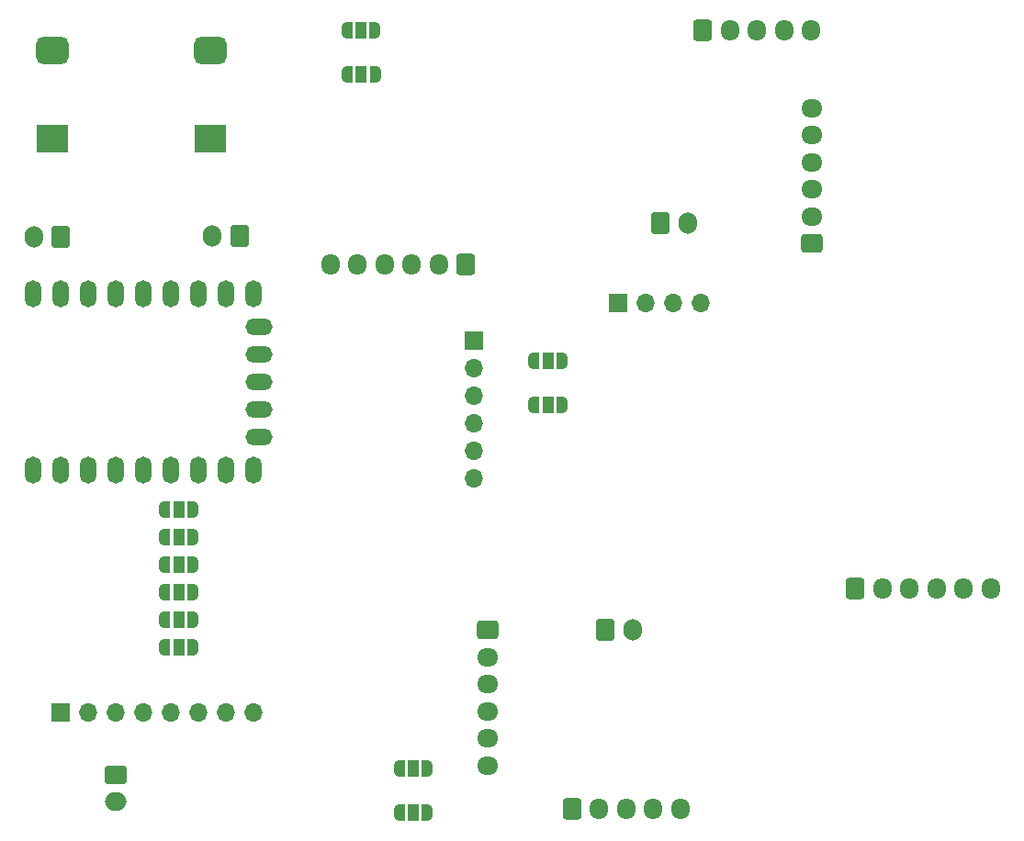
<source format=gts>
%TF.GenerationSoftware,KiCad,Pcbnew,7.0.10*%
%TF.CreationDate,2024-01-30T15:19:49+08:00*%
%TF.ProjectId,imu-rounded,696d752d-726f-4756-9e64-65642e6b6963,rev?*%
%TF.SameCoordinates,Original*%
%TF.FileFunction,Soldermask,Top*%
%TF.FilePolarity,Negative*%
%FSLAX46Y46*%
G04 Gerber Fmt 4.6, Leading zero omitted, Abs format (unit mm)*
G04 Created by KiCad (PCBNEW 7.0.10) date 2024-01-30 15:19:49*
%MOMM*%
%LPD*%
G01*
G04 APERTURE LIST*
G04 Aperture macros list*
%AMRoundRect*
0 Rectangle with rounded corners*
0 $1 Rounding radius*
0 $2 $3 $4 $5 $6 $7 $8 $9 X,Y pos of 4 corners*
0 Add a 4 corners polygon primitive as box body*
4,1,4,$2,$3,$4,$5,$6,$7,$8,$9,$2,$3,0*
0 Add four circle primitives for the rounded corners*
1,1,$1+$1,$2,$3*
1,1,$1+$1,$4,$5*
1,1,$1+$1,$6,$7*
1,1,$1+$1,$8,$9*
0 Add four rect primitives between the rounded corners*
20,1,$1+$1,$2,$3,$4,$5,0*
20,1,$1+$1,$4,$5,$6,$7,0*
20,1,$1+$1,$6,$7,$8,$9,0*
20,1,$1+$1,$8,$9,$2,$3,0*%
%AMFreePoly0*
4,1,19,0.550000,-0.750000,0.000000,-0.750000,0.000000,-0.744911,-0.071157,-0.744911,-0.207708,-0.704816,-0.327430,-0.627875,-0.420627,-0.520320,-0.479746,-0.390866,-0.500000,-0.250000,-0.500000,0.250000,-0.479746,0.390866,-0.420627,0.520320,-0.327430,0.627875,-0.207708,0.704816,-0.071157,0.744911,0.000000,0.744911,0.000000,0.750000,0.550000,0.750000,0.550000,-0.750000,0.550000,-0.750000,
$1*%
%AMFreePoly1*
4,1,19,0.000000,0.744911,0.071157,0.744911,0.207708,0.704816,0.327430,0.627875,0.420627,0.520320,0.479746,0.390866,0.500000,0.250000,0.500000,-0.250000,0.479746,-0.390866,0.420627,-0.520320,0.327430,-0.627875,0.207708,-0.704816,0.071157,-0.744911,0.000000,-0.744911,0.000000,-0.750000,-0.550000,-0.750000,-0.550000,0.750000,0.000000,0.750000,0.000000,0.744911,0.000000,0.744911,
$1*%
G04 Aperture macros list end*
%ADD10R,1.700000X1.700000*%
%ADD11O,1.700000X1.700000*%
%ADD12FreePoly0,0.000000*%
%ADD13R,1.000000X1.500000*%
%ADD14FreePoly1,0.000000*%
%ADD15R,2.000000X2.000000*%
%ADD16R,3.000000X2.500000*%
%ADD17C,2.000000*%
%ADD18RoundRect,0.625000X0.875000X0.625000X-0.875000X0.625000X-0.875000X-0.625000X0.875000X-0.625000X0*%
%ADD19RoundRect,0.250000X-0.600000X-0.750000X0.600000X-0.750000X0.600000X0.750000X-0.600000X0.750000X0*%
%ADD20O,1.700000X2.000000*%
%ADD21RoundRect,0.250000X-0.600000X-0.725000X0.600000X-0.725000X0.600000X0.725000X-0.600000X0.725000X0*%
%ADD22O,1.700000X1.950000*%
%ADD23RoundRect,0.250000X-0.750000X0.600000X-0.750000X-0.600000X0.750000X-0.600000X0.750000X0.600000X0*%
%ADD24O,2.000000X1.700000*%
%ADD25RoundRect,0.250000X0.600000X0.750000X-0.600000X0.750000X-0.600000X-0.750000X0.600000X-0.750000X0*%
%ADD26O,1.500000X2.500000*%
%ADD27O,2.500000X1.500000*%
%ADD28RoundRect,0.250000X0.725000X-0.600000X0.725000X0.600000X-0.725000X0.600000X-0.725000X-0.600000X0*%
%ADD29O,1.950000X1.700000*%
%ADD30RoundRect,0.250000X-0.725000X0.600000X-0.725000X-0.600000X0.725000X-0.600000X0.725000X0.600000X0*%
%ADD31RoundRect,0.250000X0.600000X0.725000X-0.600000X0.725000X-0.600000X-0.725000X0.600000X-0.725000X0*%
G04 APERTURE END LIST*
D10*
%TO.C,J13*%
X88900000Y-92075000D03*
D11*
X88900000Y-94615000D03*
X88900000Y-97155000D03*
X88900000Y-99695000D03*
X88900000Y-102235000D03*
X88900000Y-104775000D03*
%TD*%
D12*
%TO.C,JP15*%
X94428000Y-98044000D03*
D13*
X95728000Y-98044000D03*
D14*
X97028000Y-98044000D03*
%TD*%
D12*
%TO.C,JP5*%
X60392000Y-107696000D03*
D13*
X61692000Y-107696000D03*
D14*
X62992000Y-107696000D03*
%TD*%
D15*
%TO.C,J15*%
X64561732Y-73464423D03*
D16*
X64561732Y-73464423D03*
D15*
X50061732Y-73452223D03*
D16*
X50061732Y-73452223D03*
D17*
X64561732Y-65352223D03*
D18*
X64561732Y-65352223D03*
D17*
X50061732Y-65352223D03*
D18*
X50061732Y-65352223D03*
%TD*%
D12*
%TO.C,JP1*%
X77186000Y-63500000D03*
D13*
X78486000Y-63500000D03*
D14*
X79786000Y-63500000D03*
%TD*%
D19*
%TO.C,J3*%
X101005000Y-118745000D03*
D20*
X103505000Y-118745000D03*
%TD*%
D12*
%TO.C,JP4*%
X82012000Y-135636000D03*
D13*
X83312000Y-135636000D03*
D14*
X84612000Y-135636000D03*
%TD*%
D12*
%TO.C,JP10*%
X60392000Y-120396000D03*
D13*
X61692000Y-120396000D03*
D14*
X62992000Y-120396000D03*
%TD*%
D12*
%TO.C,JP2*%
X77216000Y-67564000D03*
D13*
X78516000Y-67564000D03*
D14*
X79816000Y-67564000D03*
%TD*%
D12*
%TO.C,JP6*%
X60392000Y-110236000D03*
D13*
X61692000Y-110236000D03*
D14*
X62992000Y-110236000D03*
%TD*%
D19*
%TO.C,J4*%
X106085000Y-81280000D03*
D20*
X108585000Y-81280000D03*
%TD*%
D21*
%TO.C,J5*%
X97910000Y-135255000D03*
D22*
X100410000Y-135255000D03*
X102910000Y-135255000D03*
X105410000Y-135255000D03*
X107910000Y-135255000D03*
%TD*%
D21*
%TO.C,J12*%
X109975000Y-63500000D03*
D22*
X112475000Y-63500000D03*
X114975000Y-63500000D03*
X117475000Y-63500000D03*
X119975000Y-63500000D03*
%TD*%
D23*
%TO.C,J11*%
X55880000Y-132120000D03*
D24*
X55880000Y-134620000D03*
%TD*%
D25*
%TO.C,J2*%
X67290000Y-82440000D03*
D20*
X64790000Y-82440000D03*
%TD*%
D25*
%TO.C,J16*%
X50800000Y-82550000D03*
D20*
X48300000Y-82550000D03*
%TD*%
D12*
%TO.C,JP16*%
X94428000Y-93980000D03*
D13*
X95728000Y-93980000D03*
D14*
X97028000Y-93980000D03*
%TD*%
D12*
%TO.C,JP8*%
X60392000Y-115316000D03*
D13*
X61692000Y-115316000D03*
D14*
X62992000Y-115316000D03*
%TD*%
D26*
%TO.C,U1*%
X48260000Y-87765000D03*
X50800000Y-87765000D03*
X53340000Y-87765000D03*
X55880000Y-87765000D03*
X58420000Y-87765000D03*
X60960000Y-87765000D03*
X63500000Y-87765000D03*
X66040000Y-87765000D03*
X68580000Y-87765000D03*
D27*
X69080000Y-90805000D03*
X69080000Y-93345000D03*
X69080000Y-95885000D03*
X69080000Y-98425000D03*
X69080000Y-100965000D03*
D26*
X68580000Y-104005000D03*
X66040000Y-104005000D03*
X63500000Y-104005000D03*
X60960000Y-104005000D03*
X58420000Y-104005000D03*
X55880000Y-104005000D03*
X53340000Y-104005000D03*
X50800000Y-104005000D03*
X48260000Y-104005000D03*
%TD*%
D12*
%TO.C,JP7*%
X60392000Y-112776000D03*
D13*
X61692000Y-112776000D03*
D14*
X62992000Y-112776000D03*
%TD*%
D12*
%TO.C,JP3*%
X82012000Y-131572000D03*
D13*
X83312000Y-131572000D03*
D14*
X84612000Y-131572000D03*
%TD*%
D10*
%TO.C,J14*%
X50800000Y-126365000D03*
D11*
X53340000Y-126365000D03*
X55880000Y-126365000D03*
X58420000Y-126365000D03*
X60960000Y-126365000D03*
X63500000Y-126365000D03*
X66040000Y-126365000D03*
X68580000Y-126365000D03*
%TD*%
D10*
%TO.C,U2*%
X102184200Y-88646000D03*
D11*
X104724200Y-88646000D03*
X107264200Y-88646000D03*
X109804200Y-88646000D03*
%TD*%
D12*
%TO.C,JP9*%
X60392000Y-117856000D03*
D13*
X61692000Y-117856000D03*
D14*
X62992000Y-117856000D03*
%TD*%
D28*
%TO.C,TR1*%
X120015000Y-83145000D03*
D29*
X120015000Y-80645000D03*
X120015000Y-78145000D03*
X120015000Y-75645000D03*
X120015000Y-73145000D03*
X120015000Y-70645000D03*
%TD*%
D30*
%TO.C,LL1*%
X90170000Y-118785000D03*
D29*
X90170000Y-121285000D03*
X90170000Y-123785000D03*
X90170000Y-126285000D03*
X90170000Y-128785000D03*
X90170000Y-131285000D03*
%TD*%
D21*
%TO.C,TB1*%
X124025000Y-114935000D03*
D22*
X126525000Y-114935000D03*
X129025000Y-114935000D03*
X131525000Y-114935000D03*
X134025000Y-114935000D03*
X136525000Y-114935000D03*
%TD*%
D31*
%TO.C,LF1*%
X88145000Y-85090000D03*
D22*
X85645000Y-85090000D03*
X83145000Y-85090000D03*
X80645000Y-85090000D03*
X78145000Y-85090000D03*
X75645000Y-85090000D03*
%TD*%
M02*

</source>
